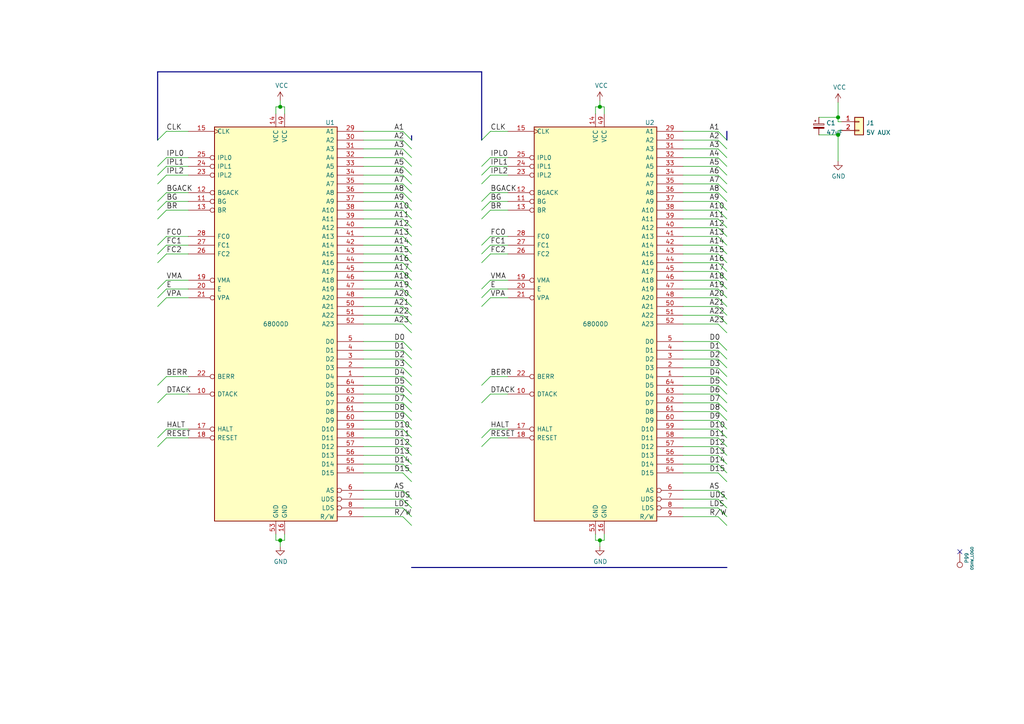
<source format=kicad_sch>
(kicad_sch (version 20210621) (generator eeschema)
  (paper "A4")
  (title_block (title "Open68000Relocator") (date "2018-11-02") (rev "V1sukko-git") (company "SukkoPera") (comment 1 "Shifts a 68000 processor socket up and 90 degrees counter-clockwise") (comment 2 "https://github.com/SukkoPera/Open68000Relocator") (comment 3 "Based on work by AwesomeInferno") (comment 4 "http://www.github.com/awesomeinferno"))
  (lib_symbols
    (symbol "68000Relocator-rescue:CONN_1-conn" (pin_numbers hide) (pin_names (offset 0.762) hide)
      (property "Reference" "P" (at 2.032 0 0))
      (symbol "CONN_1-conn_0_1"
        (circle (center 0 0) (radius 0.7874))
        (polyline (pts (xy -0.762 0) (xy -1.27 0)))
      )
      (symbol "CONN_1-conn_1_1"
        (pin passive line (at -3.81 0 0) (length 2.54) (name "1") (number "1"))
      )
    )
    (symbol "CPU_NXP_68000:68000D" (pin_names (offset 0.762))
      (property "Reference" "U" (at 0 2.54 0))
      (property "Value" "68000D" (at 0 -3.81 0))
      (symbol "68000D_0_1"
        (rectangle (start -17.78 57.15) (end 17.78 -57.15) (stroke (width 0.254)) (fill (type background)))
      )
      (symbol "68000D_1_1"
        (pin bidirectional line (at 25.4 -15.24 180) (length 7.62) (name "D4") (number "1"))
        (pin input inverted (at -25.4 -20.32 0) (length 7.62) (name "DTACK") (number "10"))
        (pin output inverted (at -25.4 35.56 0) (length 7.62) (name "BG") (number "11"))
        (pin input inverted (at -25.4 38.1 0) (length 7.62) (name "BGACK") (number "12"))
        (pin input inverted (at -25.4 33.02 0) (length 7.62) (name "BR") (number "13"))
        (pin power_in line (at 0 60.96 270) (length 3.81) (name "VCC") (number "14"))
        (pin input clock (at -25.4 55.88 0) (length 7.62) (name "CLK") (number "15"))
        (pin power_in line (at 2.54 -60.96 90) (length 3.81) (name "GND") (number "16"))
        (pin bidirectional inverted (at -25.4 -30.48 0) (length 7.62) (name "HALT") (number "17"))
        (pin bidirectional inverted (at -25.4 -33.02 0) (length 7.62) (name "RESET") (number "18"))
        (pin output inverted (at -25.4 12.7 0) (length 7.62) (name "VMA") (number "19"))
        (pin bidirectional line (at 25.4 -12.7 180) (length 7.62) (name "D3") (number "2"))
        (pin output line (at -25.4 10.16 0) (length 7.62) (name "E") (number "20"))
        (pin input inverted (at -25.4 7.62 0) (length 7.62) (name "VPA") (number "21"))
        (pin input inverted (at -25.4 -15.24 0) (length 7.62) (name "BERR") (number "22"))
        (pin input inverted (at -25.4 43.18 0) (length 7.62) (name "IPL2") (number "23"))
        (pin input inverted (at -25.4 45.72 0) (length 7.62) (name "IPL1") (number "24"))
        (pin input inverted (at -25.4 48.26 0) (length 7.62) (name "IPL0") (number "25"))
        (pin output line (at -25.4 20.32 0) (length 7.62) (name "FC2") (number "26"))
        (pin output line (at -25.4 22.86 0) (length 7.62) (name "FC1") (number "27"))
        (pin output line (at -25.4 25.4 0) (length 7.62) (name "FC0") (number "28"))
        (pin output line (at 25.4 55.88 180) (length 7.62) (name "A1") (number "29"))
        (pin bidirectional line (at 25.4 -10.16 180) (length 7.62) (name "D2") (number "3"))
        (pin output line (at 25.4 53.34 180) (length 7.62) (name "A2") (number "30"))
        (pin output line (at 25.4 50.8 180) (length 7.62) (name "A3") (number "31"))
        (pin output line (at 25.4 48.26 180) (length 7.62) (name "A4") (number "32"))
        (pin output line (at 25.4 45.72 180) (length 7.62) (name "A5") (number "33"))
        (pin output line (at 25.4 43.18 180) (length 7.62) (name "A6") (number "34"))
        (pin output line (at 25.4 40.64 180) (length 7.62) (name "A7") (number "35"))
        (pin output line (at 25.4 38.1 180) (length 7.62) (name "A8") (number "36"))
        (pin output line (at 25.4 35.56 180) (length 7.62) (name "A9") (number "37"))
        (pin output line (at 25.4 33.02 180) (length 7.62) (name "A10") (number "38"))
        (pin output line (at 25.4 30.48 180) (length 7.62) (name "A11") (number "39"))
        (pin bidirectional line (at 25.4 -7.62 180) (length 7.62) (name "D1") (number "4"))
        (pin output line (at 25.4 27.94 180) (length 7.62) (name "A12") (number "40"))
        (pin output line (at 25.4 25.4 180) (length 7.62) (name "A13") (number "41"))
        (pin output line (at 25.4 22.86 180) (length 7.62) (name "A14") (number "42"))
        (pin output line (at 25.4 20.32 180) (length 7.62) (name "A15") (number "43"))
        (pin output line (at 25.4 17.78 180) (length 7.62) (name "A16") (number "44"))
        (pin output line (at 25.4 15.24 180) (length 7.62) (name "A17") (number "45"))
        (pin output line (at 25.4 12.7 180) (length 7.62) (name "A18") (number "46"))
        (pin output line (at 25.4 10.16 180) (length 7.62) (name "A19") (number "47"))
        (pin output line (at 25.4 7.62 180) (length 7.62) (name "A20") (number "48"))
        (pin power_in line (at 2.54 60.96 270) (length 3.81) (name "VCC") (number "49"))
        (pin bidirectional line (at 25.4 -5.08 180) (length 7.62) (name "D0") (number "5"))
        (pin output line (at 25.4 5.08 180) (length 7.62) (name "A21") (number "50"))
        (pin output line (at 25.4 2.54 180) (length 7.62) (name "A22") (number "51"))
        (pin output line (at 25.4 0 180) (length 7.62) (name "A23") (number "52"))
        (pin power_in line (at 0 -60.96 90) (length 3.81) (name "GND") (number "53"))
        (pin bidirectional line (at 25.4 -43.18 180) (length 7.62) (name "D15") (number "54"))
        (pin bidirectional line (at 25.4 -40.64 180) (length 7.62) (name "D14") (number "55"))
        (pin bidirectional line (at 25.4 -38.1 180) (length 7.62) (name "D13") (number "56"))
        (pin bidirectional line (at 25.4 -35.56 180) (length 7.62) (name "D12") (number "57"))
        (pin bidirectional line (at 25.4 -33.02 180) (length 7.62) (name "D11") (number "58"))
        (pin bidirectional line (at 25.4 -30.48 180) (length 7.62) (name "D10") (number "59"))
        (pin output inverted (at 25.4 -48.26 180) (length 7.62) (name "AS") (number "6"))
        (pin bidirectional line (at 25.4 -27.94 180) (length 7.62) (name "D9") (number "60"))
        (pin bidirectional line (at 25.4 -25.4 180) (length 7.62) (name "D8") (number "61"))
        (pin bidirectional line (at 25.4 -22.86 180) (length 7.62) (name "D7") (number "62"))
        (pin bidirectional line (at 25.4 -20.32 180) (length 7.62) (name "D6") (number "63"))
        (pin bidirectional line (at 25.4 -17.78 180) (length 7.62) (name "D5") (number "64"))
        (pin output inverted (at 25.4 -50.8 180) (length 7.62) (name "UDS") (number "7"))
        (pin output inverted (at 25.4 -53.34 180) (length 7.62) (name "LDS") (number "8"))
        (pin output line (at 25.4 -55.88 180) (length 7.62) (name "R/W") (number "9"))
      )
    )
    (symbol "Connector_Generic:Conn_01x02" (pin_names (offset 1.016) hide)
      (property "Reference" "J" (at 0 2.54 0))
      (property "Value" "Conn_01x02" (at 0 -5.08 0))
      (symbol "Conn_01x02_1_1"
        (rectangle (start -1.27 -2.413) (end 0 -2.667) (stroke (width 0.1524)))
        (rectangle (start -1.27 0.127) (end 0 -0.127) (stroke (width 0.1524)))
        (rectangle (start -1.27 1.27) (end 1.27 -3.81) (stroke (width 0.254)) (fill (type background)))
        (pin passive line (at -5.08 0 0) (length 3.81) (name "Pin_1") (number "1"))
        (pin passive line (at -5.08 -2.54 0) (length 3.81) (name "Pin_2") (number "2"))
      )
    )
    (symbol "Device:CP_Small" (pin_numbers hide) (pin_names (offset 0.254) hide)
      (property "Reference" "C" (at 0.254 1.778 0))
      (property "Value" "CP_Small" (at 0.254 -2.032 0))
      (symbol "CP_Small_0_1"
        (rectangle (start -1.524 0.6858) (end 1.524 0.3048))
        (rectangle (start -1.524 -0.3048) (end 1.524 -0.6858) (fill (type outline)))
        (polyline (pts (xy -1.27 1.524) (xy -0.762 1.524)))
        (polyline (pts (xy -1.016 1.27) (xy -1.016 1.778)))
      )
      (symbol "CP_Small_1_1"
        (pin passive line (at 0 2.54 270) (length 1.8542) (name "~") (number "1"))
        (pin passive line (at 0 -2.54 90) (length 1.8542) (name "~") (number "2"))
      )
    )
    (symbol "power:GND" (power) (pin_names (offset 0))
      (property "Value" "GND" (at 0 -3.81 0))
      (symbol "GND_0_1"
        (polyline (pts (xy 0 0) (xy 0 -1.27) (xy 1.27 -1.27) (xy 0 -2.54) (xy -1.27 -1.27) (xy 0 -1.27)))
      )
      (symbol "GND_1_1"
        (pin power_in line (at 0 0 270) (length 0) hide (name "GND") (number "1"))
      )
    )
    (symbol "power:VCC" (power) (pin_names (offset 0))
      (property "Value" "VCC" (at 0 3.81 0))
      (symbol "VCC_0_1"
        (polyline (pts (xy -0.762 1.27) (xy 0 2.54)))
        (polyline (pts (xy 0 0) (xy 0 2.54)))
        (polyline (pts (xy 0 2.54) (xy 0.762 1.27)))
      )
      (symbol "VCC_1_1"
        (pin power_in line (at 0 0 90) (length 0) hide (name "VCC") (number "1"))
      )
    )
  )
  (junction (at 81.28 30.988) (diameter 1.016))
  (junction (at 81.28 156.718) (diameter 1.016))
  (junction (at 173.99 30.988) (diameter 1.016))
  (junction (at 173.99 156.718) (diameter 1.016))
  (junction (at 243.078 34.036) (diameter 1.016))
  (junction (at 243.078 39.116) (diameter 1.016))
  (no_connect (at 278.384 160.02))
  (bus_entry (at 45.72 40.64) (size 2.54 -2.54))
  (bus_entry (at 45.72 48.26) (size 2.54 -2.54))
  (bus_entry (at 45.72 50.8) (size 2.54 -2.54))
  (bus_entry (at 45.72 53.34) (size 2.54 -2.54))
  (bus_entry (at 45.72 58.42) (size 2.54 -2.54))
  (bus_entry (at 45.72 60.96) (size 2.54 -2.54))
  (bus_entry (at 45.72 63.5) (size 2.54 -2.54))
  (bus_entry (at 45.72 71.12) (size 2.54 -2.54))
  (bus_entry (at 45.72 73.66) (size 2.54 -2.54))
  (bus_entry (at 45.72 76.2) (size 2.54 -2.54))
  (bus_entry (at 45.72 83.82) (size 2.54 -2.54))
  (bus_entry (at 45.72 86.36) (size 2.54 -2.54))
  (bus_entry (at 45.72 88.9) (size 2.54 -2.54))
  (bus_entry (at 45.72 111.76) (size 2.54 -2.54))
  (bus_entry (at 45.72 116.84) (size 2.54 -2.54))
  (bus_entry (at 45.72 127) (size 2.54 -2.54))
  (bus_entry (at 45.72 129.54) (size 2.54 -2.54))
  (bus_entry (at 116.84 38.1) (size 2.54 2.54))
  (bus_entry (at 116.84 40.64) (size 2.54 2.54))
  (bus_entry (at 116.84 43.18) (size 2.54 2.54))
  (bus_entry (at 116.84 45.72) (size 2.54 2.54))
  (bus_entry (at 116.84 48.26) (size 2.54 2.54))
  (bus_entry (at 116.84 50.8) (size 2.54 2.54))
  (bus_entry (at 116.84 53.34) (size 2.54 2.54))
  (bus_entry (at 116.84 55.88) (size 2.54 2.54))
  (bus_entry (at 116.84 58.42) (size 2.54 2.54))
  (bus_entry (at 116.84 60.96) (size 2.54 2.54))
  (bus_entry (at 116.84 63.5) (size 2.54 2.54))
  (bus_entry (at 116.84 66.04) (size 2.54 2.54))
  (bus_entry (at 116.84 68.58) (size 2.54 2.54))
  (bus_entry (at 116.84 71.12) (size 2.54 2.54))
  (bus_entry (at 116.84 73.66) (size 2.54 2.54))
  (bus_entry (at 116.84 76.2) (size 2.54 2.54))
  (bus_entry (at 116.84 78.74) (size 2.54 2.54))
  (bus_entry (at 116.84 81.28) (size 2.54 2.54))
  (bus_entry (at 116.84 83.82) (size 2.54 2.54))
  (bus_entry (at 116.84 86.36) (size 2.54 2.54))
  (bus_entry (at 116.84 88.9) (size 2.54 2.54))
  (bus_entry (at 116.84 91.44) (size 2.54 2.54))
  (bus_entry (at 116.84 93.98) (size 2.54 2.54))
  (bus_entry (at 116.84 99.06) (size 2.54 2.54))
  (bus_entry (at 116.84 101.6) (size 2.54 2.54))
  (bus_entry (at 116.84 104.14) (size 2.54 2.54))
  (bus_entry (at 116.84 106.68) (size 2.54 2.54))
  (bus_entry (at 116.84 109.22) (size 2.54 2.54))
  (bus_entry (at 116.84 111.76) (size 2.54 2.54))
  (bus_entry (at 116.84 114.3) (size 2.54 2.54))
  (bus_entry (at 116.84 116.84) (size 2.54 2.54))
  (bus_entry (at 116.84 119.38) (size 2.54 2.54))
  (bus_entry (at 116.84 121.92) (size 2.54 2.54))
  (bus_entry (at 116.84 124.46) (size 2.54 2.54))
  (bus_entry (at 116.84 127) (size 2.54 2.54))
  (bus_entry (at 116.84 129.54) (size 2.54 2.54))
  (bus_entry (at 116.84 132.08) (size 2.54 2.54))
  (bus_entry (at 116.84 134.62) (size 2.54 2.54))
  (bus_entry (at 116.84 137.16) (size 2.54 2.54))
  (bus_entry (at 116.84 142.24) (size 2.54 2.54))
  (bus_entry (at 116.84 144.78) (size 2.54 2.54))
  (bus_entry (at 116.84 147.32) (size 2.54 2.54))
  (bus_entry (at 116.84 149.86) (size 2.54 2.54))
  (bus_entry (at 139.7 40.64) (size 2.54 -2.54))
  (bus_entry (at 139.7 48.26) (size 2.54 -2.54))
  (bus_entry (at 139.7 50.8) (size 2.54 -2.54))
  (bus_entry (at 139.7 53.34) (size 2.54 -2.54))
  (bus_entry (at 139.7 58.42) (size 2.54 -2.54))
  (bus_entry (at 139.7 60.96) (size 2.54 -2.54))
  (bus_entry (at 139.7 63.5) (size 2.54 -2.54))
  (bus_entry (at 139.7 71.12) (size 2.54 -2.54))
  (bus_entry (at 139.7 73.66) (size 2.54 -2.54))
  (bus_entry (at 139.7 76.2) (size 2.54 -2.54))
  (bus_entry (at 139.7 83.82) (size 2.54 -2.54))
  (bus_entry (at 139.7 86.36) (size 2.54 -2.54))
  (bus_entry (at 139.7 88.9) (size 2.54 -2.54))
  (bus_entry (at 139.7 111.76) (size 2.54 -2.54))
  (bus_entry (at 139.7 116.84) (size 2.54 -2.54))
  (bus_entry (at 139.7 127) (size 2.54 -2.54))
  (bus_entry (at 139.7 129.54) (size 2.54 -2.54))
  (bus_entry (at 208.28 38.1) (size 2.54 2.54))
  (bus_entry (at 208.28 40.64) (size 2.54 2.54))
  (bus_entry (at 208.28 43.18) (size 2.54 2.54))
  (bus_entry (at 208.28 45.72) (size 2.54 2.54))
  (bus_entry (at 208.28 48.26) (size 2.54 2.54))
  (bus_entry (at 208.28 50.8) (size 2.54 2.54))
  (bus_entry (at 208.28 53.34) (size 2.54 2.54))
  (bus_entry (at 208.28 55.88) (size 2.54 2.54))
  (bus_entry (at 208.28 58.42) (size 2.54 2.54))
  (bus_entry (at 208.28 60.96) (size 2.54 2.54))
  (bus_entry (at 208.28 63.5) (size 2.54 2.54))
  (bus_entry (at 208.28 66.04) (size 2.54 2.54))
  (bus_entry (at 208.28 68.58) (size 2.54 2.54))
  (bus_entry (at 208.28 71.12) (size 2.54 2.54))
  (bus_entry (at 208.28 73.66) (size 2.54 2.54))
  (bus_entry (at 208.28 76.2) (size 2.54 2.54))
  (bus_entry (at 208.28 78.74) (size 2.54 2.54))
  (bus_entry (at 208.28 81.28) (size 2.54 2.54))
  (bus_entry (at 208.28 83.82) (size 2.54 2.54))
  (bus_entry (at 208.28 86.36) (size 2.54 2.54))
  (bus_entry (at 208.28 88.9) (size 2.54 2.54))
  (bus_entry (at 208.28 91.44) (size 2.54 2.54))
  (bus_entry (at 208.28 93.98) (size 2.54 2.54))
  (bus_entry (at 208.28 99.06) (size 2.54 2.54))
  (bus_entry (at 208.28 101.6) (size 2.54 2.54))
  (bus_entry (at 208.28 104.14) (size 2.54 2.54))
  (bus_entry (at 208.28 106.68) (size 2.54 2.54))
  (bus_entry (at 208.28 109.22) (size 2.54 2.54))
  (bus_entry (at 208.28 111.76) (size 2.54 2.54))
  (bus_entry (at 208.28 114.3) (size 2.54 2.54))
  (bus_entry (at 208.28 116.84) (size 2.54 2.54))
  (bus_entry (at 208.28 119.38) (size 2.54 2.54))
  (bus_entry (at 208.28 121.92) (size 2.54 2.54))
  (bus_entry (at 208.28 124.46) (size 2.54 2.54))
  (bus_entry (at 208.28 127) (size 2.54 2.54))
  (bus_entry (at 208.28 129.54) (size 2.54 2.54))
  (bus_entry (at 208.28 132.08) (size 2.54 2.54))
  (bus_entry (at 208.28 134.62) (size 2.54 2.54))
  (bus_entry (at 208.28 137.16) (size 2.54 2.54))
  (bus_entry (at 208.28 142.24) (size 2.54 2.54))
  (bus_entry (at 208.28 144.78) (size 2.54 2.54))
  (bus_entry (at 208.28 147.32) (size 2.54 2.54))
  (bus_entry (at 208.28 149.86) (size 2.54 2.54))
  (wire (pts (xy 48.26 45.72) (xy 54.61 45.72)))
  (wire (pts (xy 48.26 48.26) (xy 54.61 48.26)))
  (wire (pts (xy 48.26 50.8) (xy 54.61 50.8)))
  (wire (pts (xy 48.26 55.88) (xy 54.61 55.88)))
  (wire (pts (xy 48.26 58.42) (xy 54.61 58.42)))
  (wire (pts (xy 48.26 60.96) (xy 54.61 60.96)))
  (wire (pts (xy 48.26 68.58) (xy 54.61 68.58)))
  (wire (pts (xy 48.26 71.12) (xy 54.61 71.12)))
  (wire (pts (xy 48.26 73.66) (xy 54.61 73.66)))
  (wire (pts (xy 48.26 81.28) (xy 54.61 81.28)))
  (wire (pts (xy 48.26 83.82) (xy 54.61 83.82)))
  (wire (pts (xy 48.26 86.36) (xy 54.61 86.36)))
  (wire (pts (xy 48.26 109.22) (xy 54.61 109.22)))
  (wire (pts (xy 48.26 114.3) (xy 54.61 114.3)))
  (wire (pts (xy 48.26 124.46) (xy 54.61 124.46)))
  (wire (pts (xy 48.26 127) (xy 54.61 127)))
  (wire (pts (xy 54.61 38.1) (xy 48.26 38.1)))
  (wire (pts (xy 80.01 30.988) (xy 81.28 30.988)))
  (wire (pts (xy 80.01 33.02) (xy 80.01 30.988)))
  (wire (pts (xy 80.01 154.94) (xy 80.01 156.718)))
  (wire (pts (xy 80.01 156.718) (xy 81.28 156.718)))
  (wire (pts (xy 81.28 29.21) (xy 81.28 30.988)))
  (wire (pts (xy 81.28 30.988) (xy 82.55 30.988)))
  (wire (pts (xy 81.28 156.718) (xy 82.55 156.718)))
  (wire (pts (xy 81.28 158.496) (xy 81.28 156.718)))
  (wire (pts (xy 82.55 30.988) (xy 82.55 33.02)))
  (wire (pts (xy 82.55 156.718) (xy 82.55 154.94)))
  (wire (pts (xy 105.41 38.1) (xy 116.84 38.1)))
  (wire (pts (xy 105.41 40.64) (xy 116.84 40.64)))
  (wire (pts (xy 105.41 43.18) (xy 116.84 43.18)))
  (wire (pts (xy 105.41 45.72) (xy 116.84 45.72)))
  (wire (pts (xy 105.41 48.26) (xy 116.84 48.26)))
  (wire (pts (xy 105.41 50.8) (xy 116.84 50.8)))
  (wire (pts (xy 105.41 53.34) (xy 116.84 53.34)))
  (wire (pts (xy 105.41 55.88) (xy 116.84 55.88)))
  (wire (pts (xy 105.41 58.42) (xy 116.84 58.42)))
  (wire (pts (xy 105.41 60.96) (xy 116.84 60.96)))
  (wire (pts (xy 105.41 63.5) (xy 116.84 63.5)))
  (wire (pts (xy 105.41 66.04) (xy 116.84 66.04)))
  (wire (pts (xy 105.41 68.58) (xy 116.84 68.58)))
  (wire (pts (xy 105.41 71.12) (xy 116.84 71.12)))
  (wire (pts (xy 105.41 73.66) (xy 116.84 73.66)))
  (wire (pts (xy 105.41 76.2) (xy 116.84 76.2)))
  (wire (pts (xy 105.41 78.74) (xy 116.84 78.74)))
  (wire (pts (xy 105.41 81.28) (xy 116.84 81.28)))
  (wire (pts (xy 105.41 83.82) (xy 116.84 83.82)))
  (wire (pts (xy 105.41 86.36) (xy 116.84 86.36)))
  (wire (pts (xy 105.41 88.9) (xy 116.84 88.9)))
  (wire (pts (xy 105.41 91.44) (xy 116.84 91.44)))
  (wire (pts (xy 105.41 93.98) (xy 116.84 93.98)))
  (wire (pts (xy 105.41 99.06) (xy 116.84 99.06)))
  (wire (pts (xy 105.41 101.6) (xy 116.84 101.6)))
  (wire (pts (xy 105.41 104.14) (xy 116.84 104.14)))
  (wire (pts (xy 105.41 106.68) (xy 116.84 106.68)))
  (wire (pts (xy 105.41 109.22) (xy 116.84 109.22)))
  (wire (pts (xy 105.41 111.76) (xy 116.84 111.76)))
  (wire (pts (xy 105.41 114.3) (xy 116.84 114.3)))
  (wire (pts (xy 105.41 116.84) (xy 116.84 116.84)))
  (wire (pts (xy 105.41 119.38) (xy 116.84 119.38)))
  (wire (pts (xy 105.41 121.92) (xy 116.84 121.92)))
  (wire (pts (xy 105.41 124.46) (xy 116.84 124.46)))
  (wire (pts (xy 105.41 127) (xy 116.84 127)))
  (wire (pts (xy 105.41 129.54) (xy 116.84 129.54)))
  (wire (pts (xy 105.41 132.08) (xy 116.84 132.08)))
  (wire (pts (xy 105.41 134.62) (xy 116.84 134.62)))
  (wire (pts (xy 105.41 137.16) (xy 116.84 137.16)))
  (wire (pts (xy 105.41 142.24) (xy 116.84 142.24)))
  (wire (pts (xy 105.41 144.78) (xy 116.84 144.78)))
  (wire (pts (xy 105.41 147.32) (xy 116.84 147.32)))
  (wire (pts (xy 105.41 149.86) (xy 116.84 149.86)))
  (wire (pts (xy 142.24 38.1) (xy 147.32 38.1)))
  (wire (pts (xy 142.24 45.72) (xy 147.32 45.72)))
  (wire (pts (xy 142.24 48.26) (xy 147.32 48.26)))
  (wire (pts (xy 142.24 50.8) (xy 147.32 50.8)))
  (wire (pts (xy 142.24 55.88) (xy 147.32 55.88)))
  (wire (pts (xy 142.24 58.42) (xy 147.32 58.42)))
  (wire (pts (xy 142.24 60.96) (xy 147.32 60.96)))
  (wire (pts (xy 142.24 68.58) (xy 147.32 68.58)))
  (wire (pts (xy 142.24 71.12) (xy 147.32 71.12)))
  (wire (pts (xy 142.24 73.66) (xy 147.32 73.66)))
  (wire (pts (xy 142.24 81.28) (xy 147.32 81.28)))
  (wire (pts (xy 142.24 83.82) (xy 147.32 83.82)))
  (wire (pts (xy 142.24 86.36) (xy 147.32 86.36)))
  (wire (pts (xy 142.24 109.22) (xy 147.32 109.22)))
  (wire (pts (xy 142.24 114.3) (xy 147.32 114.3)))
  (wire (pts (xy 142.24 124.46) (xy 147.32 124.46)))
  (wire (pts (xy 142.24 127) (xy 147.32 127)))
  (wire (pts (xy 172.72 30.988) (xy 173.99 30.988)))
  (wire (pts (xy 172.72 33.02) (xy 172.72 30.988)))
  (wire (pts (xy 172.72 154.94) (xy 172.72 156.718)))
  (wire (pts (xy 172.72 156.718) (xy 173.99 156.718)))
  (wire (pts (xy 173.99 29.21) (xy 173.99 30.988)))
  (wire (pts (xy 173.99 30.988) (xy 175.26 30.988)))
  (wire (pts (xy 173.99 156.718) (xy 175.26 156.718)))
  (wire (pts (xy 173.99 158.496) (xy 173.99 156.718)))
  (wire (pts (xy 175.26 30.988) (xy 175.26 33.02)))
  (wire (pts (xy 175.26 156.718) (xy 175.26 154.94)))
  (wire (pts (xy 198.12 38.1) (xy 208.28 38.1)))
  (wire (pts (xy 198.12 40.64) (xy 208.28 40.64)))
  (wire (pts (xy 198.12 43.18) (xy 208.28 43.18)))
  (wire (pts (xy 198.12 45.72) (xy 208.28 45.72)))
  (wire (pts (xy 198.12 48.26) (xy 208.28 48.26)))
  (wire (pts (xy 198.12 50.8) (xy 208.28 50.8)))
  (wire (pts (xy 198.12 53.34) (xy 208.28 53.34)))
  (wire (pts (xy 198.12 55.88) (xy 208.28 55.88)))
  (wire (pts (xy 198.12 58.42) (xy 208.28 58.42)))
  (wire (pts (xy 198.12 60.96) (xy 208.28 60.96)))
  (wire (pts (xy 198.12 63.5) (xy 208.28 63.5)))
  (wire (pts (xy 198.12 66.04) (xy 208.28 66.04)))
  (wire (pts (xy 198.12 68.58) (xy 208.28 68.58)))
  (wire (pts (xy 198.12 71.12) (xy 208.28 71.12)))
  (wire (pts (xy 198.12 73.66) (xy 208.28 73.66)))
  (wire (pts (xy 198.12 76.2) (xy 208.28 76.2)))
  (wire (pts (xy 198.12 78.74) (xy 208.28 78.74)))
  (wire (pts (xy 198.12 81.28) (xy 208.28 81.28)))
  (wire (pts (xy 198.12 83.82) (xy 208.28 83.82)))
  (wire (pts (xy 198.12 86.36) (xy 208.28 86.36)))
  (wire (pts (xy 198.12 88.9) (xy 208.28 88.9)))
  (wire (pts (xy 198.12 91.44) (xy 208.28 91.44)))
  (wire (pts (xy 198.12 93.98) (xy 208.28 93.98)))
  (wire (pts (xy 198.12 99.06) (xy 208.28 99.06)))
  (wire (pts (xy 198.12 101.6) (xy 208.28 101.6)))
  (wire (pts (xy 198.12 104.14) (xy 208.28 104.14)))
  (wire (pts (xy 198.12 106.68) (xy 208.28 106.68)))
  (wire (pts (xy 198.12 109.22) (xy 208.28 109.22)))
  (wire (pts (xy 198.12 111.76) (xy 208.28 111.76)))
  (wire (pts (xy 198.12 114.3) (xy 208.28 114.3)))
  (wire (pts (xy 198.12 116.84) (xy 208.28 116.84)))
  (wire (pts (xy 198.12 119.38) (xy 208.28 119.38)))
  (wire (pts (xy 198.12 121.92) (xy 208.28 121.92)))
  (wire (pts (xy 198.12 124.46) (xy 208.28 124.46)))
  (wire (pts (xy 198.12 127) (xy 208.28 127)))
  (wire (pts (xy 198.12 129.54) (xy 208.28 129.54)))
  (wire (pts (xy 198.12 132.08) (xy 208.28 132.08)))
  (wire (pts (xy 198.12 134.62) (xy 208.28 134.62)))
  (wire (pts (xy 198.12 137.16) (xy 208.28 137.16)))
  (wire (pts (xy 198.12 142.24) (xy 208.28 142.24)))
  (wire (pts (xy 198.12 144.78) (xy 208.28 144.78)))
  (wire (pts (xy 198.12 147.32) (xy 208.28 147.32)))
  (wire (pts (xy 198.12 149.86) (xy 208.28 149.86)))
  (wire (pts (xy 237.49 34.036) (xy 243.078 34.036)))
  (wire (pts (xy 237.49 39.116) (xy 243.078 39.116)))
  (wire (pts (xy 243.078 29.718) (xy 243.078 34.036)))
  (wire (pts (xy 243.078 34.036) (xy 243.078 35.306)))
  (wire (pts (xy 243.078 37.846) (xy 243.078 39.116)))
  (wire (pts (xy 243.078 37.846) (xy 244.094 37.846)))
  (wire (pts (xy 243.078 39.116) (xy 243.078 46.736)))
  (wire (pts (xy 244.094 35.306) (xy 243.078 35.306)))
  (bus (pts (xy 45.72 20.828) (xy 45.72 129.54)))
  (bus (pts (xy 119.38 39.37) (xy 119.38 164.592)))
  (bus (pts (xy 139.7 20.828) (xy 45.72 20.828)))
  (bus (pts (xy 139.7 20.828) (xy 139.7 129.54)))
  (bus (pts (xy 210.82 38.1) (xy 210.82 164.592)))
  (bus (pts (xy 210.82 164.592) (xy 119.38 164.592)))
  (label "CLK" (at 48.26 38.1 0) (effects (font (size 1.524 1.524))))
  (label "IPL0" (at 48.26 45.72 0) (effects (font (size 1.524 1.524))))
  (label "IPL1" (at 48.26 48.26 0) (effects (font (size 1.524 1.524))))
  (label "IPL2" (at 48.26 50.8 0) (effects (font (size 1.524 1.524))))
  (label "BGACK" (at 48.26 55.88 0) (effects (font (size 1.524 1.524))))
  (label "BG" (at 48.26 58.42 0) (effects (font (size 1.524 1.524))))
  (label "BR" (at 48.26 60.96 0) (effects (font (size 1.524 1.524))))
  (label "FC0" (at 48.26 68.58 0) (effects (font (size 1.524 1.524))))
  (label "FC1" (at 48.26 71.12 0) (effects (font (size 1.524 1.524))))
  (label "FC2" (at 48.26 73.66 0) (effects (font (size 1.524 1.524))))
  (label "VMA" (at 48.26 81.28 0) (effects (font (size 1.524 1.524))))
  (label "E" (at 48.26 83.82 0) (effects (font (size 1.524 1.524))))
  (label "VPA" (at 48.26 86.36 0) (effects (font (size 1.524 1.524))))
  (label "BERR" (at 48.26 109.22 0) (effects (font (size 1.524 1.524))))
  (label "DTACK" (at 48.26 114.3 0) (effects (font (size 1.524 1.524))))
  (label "HALT" (at 48.26 124.46 0) (effects (font (size 1.524 1.524))))
  (label "RESET" (at 48.26 127 0) (effects (font (size 1.524 1.524))))
  (label "A1" (at 114.3 38.1 0) (effects (font (size 1.524 1.524))))
  (label "A2" (at 114.3 40.64 0) (effects (font (size 1.524 1.524))))
  (label "A3" (at 114.3 43.18 0) (effects (font (size 1.524 1.524))))
  (label "A4" (at 114.3 45.72 0) (effects (font (size 1.524 1.524))))
  (label "A5" (at 114.3 48.26 0) (effects (font (size 1.524 1.524))))
  (label "A6" (at 114.3 50.8 0) (effects (font (size 1.524 1.524))))
  (label "A7" (at 114.3 53.34 0) (effects (font (size 1.524 1.524))))
  (label "A8" (at 114.3 55.88 0) (effects (font (size 1.524 1.524))))
  (label "A9" (at 114.3 58.42 0) (effects (font (size 1.524 1.524))))
  (label "A10" (at 114.3 60.96 0) (effects (font (size 1.524 1.524))))
  (label "A11" (at 114.3 63.5 0) (effects (font (size 1.524 1.524))))
  (label "A12" (at 114.3 66.04 0) (effects (font (size 1.524 1.524))))
  (label "A13" (at 114.3 68.58 0) (effects (font (size 1.524 1.524))))
  (label "A14" (at 114.3 71.12 0) (effects (font (size 1.524 1.524))))
  (label "A15" (at 114.3 73.66 0) (effects (font (size 1.524 1.524))))
  (label "A16" (at 114.3 76.2 0) (effects (font (size 1.524 1.524))))
  (label "A17" (at 114.3 78.74 0) (effects (font (size 1.524 1.524))))
  (label "A18" (at 114.3 81.28 0) (effects (font (size 1.524 1.524))))
  (label "A19" (at 114.3 83.82 0) (effects (font (size 1.524 1.524))))
  (label "A20" (at 114.3 86.36 0) (effects (font (size 1.524 1.524))))
  (label "A21" (at 114.3 88.9 0) (effects (font (size 1.524 1.524))))
  (label "A22" (at 114.3 91.44 0) (effects (font (size 1.524 1.524))))
  (label "A23" (at 114.3 93.98 0) (effects (font (size 1.524 1.524))))
  (label "D0" (at 114.3 99.06 0) (effects (font (size 1.524 1.524))))
  (label "D1" (at 114.3 101.6 0) (effects (font (size 1.524 1.524))))
  (label "D2" (at 114.3 104.14 0) (effects (font (size 1.524 1.524))))
  (label "D3" (at 114.3 106.68 0) (effects (font (size 1.524 1.524))))
  (label "D4" (at 114.3 109.22 0) (effects (font (size 1.524 1.524))))
  (label "D5" (at 114.3 111.76 0) (effects (font (size 1.524 1.524))))
  (label "D6" (at 114.3 114.3 0) (effects (font (size 1.524 1.524))))
  (label "D7" (at 114.3 116.84 0) (effects (font (size 1.524 1.524))))
  (label "D8" (at 114.3 119.38 0) (effects (font (size 1.524 1.524))))
  (label "D9" (at 114.3 121.92 0) (effects (font (size 1.524 1.524))))
  (label "D10" (at 114.3 124.46 0) (effects (font (size 1.524 1.524))))
  (label "D11" (at 114.3 127 0) (effects (font (size 1.524 1.524))))
  (label "D12" (at 114.3 129.54 0) (effects (font (size 1.524 1.524))))
  (label "D13" (at 114.3 132.08 0) (effects (font (size 1.524 1.524))))
  (label "D14" (at 114.3 134.62 0) (effects (font (size 1.524 1.524))))
  (label "D15" (at 114.3 137.16 0) (effects (font (size 1.524 1.524))))
  (label "AS" (at 114.3 142.24 0) (effects (font (size 1.524 1.524))))
  (label "UDS" (at 114.3 144.78 0) (effects (font (size 1.524 1.524))))
  (label "LDS" (at 114.3 147.32 0) (effects (font (size 1.524 1.524))))
  (label "R/W" (at 114.3 149.86 0) (effects (font (size 1.524 1.524))))
  (label "CLK" (at 142.24 38.1 0) (effects (font (size 1.524 1.524))))
  (label "IPL0" (at 142.24 45.72 0) (effects (font (size 1.524 1.524))))
  (label "IPL1" (at 142.24 48.26 0) (effects (font (size 1.524 1.524))))
  (label "IPL2" (at 142.24 50.8 0) (effects (font (size 1.524 1.524))))
  (label "BGACK" (at 142.24 55.88 0) (effects (font (size 1.524 1.524))))
  (label "BG" (at 142.24 58.42 0) (effects (font (size 1.524 1.524))))
  (label "BR" (at 142.24 60.96 0) (effects (font (size 1.524 1.524))))
  (label "FC0" (at 142.24 68.58 0) (effects (font (size 1.524 1.524))))
  (label "FC1" (at 142.24 71.12 0) (effects (font (size 1.524 1.524))))
  (label "FC2" (at 142.24 73.66 0) (effects (font (size 1.524 1.524))))
  (label "VMA" (at 142.24 81.28 0) (effects (font (size 1.524 1.524))))
  (label "E" (at 142.24 83.82 0) (effects (font (size 1.524 1.524))))
  (label "VPA" (at 142.24 86.36 0) (effects (font (size 1.524 1.524))))
  (label "BERR" (at 142.24 109.22 0) (effects (font (size 1.524 1.524))))
  (label "DTACK" (at 142.24 114.3 0) (effects (font (size 1.524 1.524))))
  (label "HALT" (at 142.24 124.46 0) (effects (font (size 1.524 1.524))))
  (label "RESET" (at 142.24 127 0) (effects (font (size 1.524 1.524))))
  (label "A1" (at 205.74 38.1 0) (effects (font (size 1.524 1.524))))
  (label "A2" (at 205.74 40.64 0) (effects (font (size 1.524 1.524))))
  (label "A3" (at 205.74 43.18 0) (effects (font (size 1.524 1.524))))
  (label "A4" (at 205.74 45.72 0) (effects (font (size 1.524 1.524))))
  (label "A5" (at 205.74 48.26 0) (effects (font (size 1.524 1.524))))
  (label "A6" (at 205.74 50.8 0) (effects (font (size 1.524 1.524))))
  (label "A7" (at 205.74 53.34 0) (effects (font (size 1.524 1.524))))
  (label "A8" (at 205.74 55.88 0) (effects (font (size 1.524 1.524))))
  (label "A9" (at 205.74 58.42 0) (effects (font (size 1.524 1.524))))
  (label "A10" (at 205.74 60.96 0) (effects (font (size 1.524 1.524))))
  (label "A11" (at 205.74 63.5 0) (effects (font (size 1.524 1.524))))
  (label "A12" (at 205.74 66.04 0) (effects (font (size 1.524 1.524))))
  (label "A13" (at 205.74 68.58 0) (effects (font (size 1.524 1.524))))
  (label "A14" (at 205.74 71.12 0) (effects (font (size 1.524 1.524))))
  (label "A15" (at 205.74 73.66 0) (effects (font (size 1.524 1.524))))
  (label "A16" (at 205.74 76.2 0) (effects (font (size 1.524 1.524))))
  (label "A17" (at 205.74 78.74 0) (effects (font (size 1.524 1.524))))
  (label "A18" (at 205.74 81.28 0) (effects (font (size 1.524 1.524))))
  (label "A19" (at 205.74 83.82 0) (effects (font (size 1.524 1.524))))
  (label "A20" (at 205.74 86.36 0) (effects (font (size 1.524 1.524))))
  (label "A21" (at 205.74 88.9 0) (effects (font (size 1.524 1.524))))
  (label "A22" (at 205.74 91.44 0) (effects (font (size 1.524 1.524))))
  (label "A23" (at 205.74 93.98 0) (effects (font (size 1.524 1.524))))
  (label "D0" (at 205.74 99.06 0) (effects (font (size 1.524 1.524))))
  (label "D1" (at 205.74 101.6 0) (effects (font (size 1.524 1.524))))
  (label "D2" (at 205.74 104.14 0) (effects (font (size 1.524 1.524))))
  (label "D3" (at 205.74 106.68 0) (effects (font (size 1.524 1.524))))
  (label "D4" (at 205.74 109.22 0) (effects (font (size 1.524 1.524))))
  (label "D5" (at 205.74 111.76 0) (effects (font (size 1.524 1.524))))
  (label "D6" (at 205.74 114.3 0) (effects (font (size 1.524 1.524))))
  (label "D7" (at 205.74 116.84 0) (effects (font (size 1.524 1.524))))
  (label "D8" (at 205.74 119.38 0) (effects (font (size 1.524 1.524))))
  (label "D9" (at 205.74 121.92 0) (effects (font (size 1.524 1.524))))
  (label "D10" (at 205.74 124.46 0) (effects (font (size 1.524 1.524))))
  (label "D11" (at 205.74 127 0) (effects (font (size 1.524 1.524))))
  (label "D12" (at 205.74 129.54 0) (effects (font (size 1.524 1.524))))
  (label "D13" (at 205.74 132.08 0) (effects (font (size 1.524 1.524))))
  (label "D14" (at 205.74 134.62 0) (effects (font (size 1.524 1.524))))
  (label "D15" (at 205.74 137.16 0) (effects (font (size 1.524 1.524))))
  (label "AS" (at 205.74 142.24 0) (effects (font (size 1.524 1.524))))
  (label "UDS" (at 205.74 144.78 0) (effects (font (size 1.524 1.524))))
  (label "LDS" (at 205.74 147.32 0) (effects (font (size 1.524 1.524))))
  (label "R/W" (at 205.74 149.86 0) (effects (font (size 1.524 1.524))))
  (symbol (lib_id "power:VCC") (at 81.28 29.21 0) (unit 1)
    (property "Reference" "#PWR0104" (effects hide))
    (property "Value" "VCC" (at 81.7118 24.8158 0))
  )
  (symbol (lib_id "power:VCC") (at 173.99 29.21 0) (unit 1)
    (property "Reference" "#PWR01" (effects hide))
    (property "Value" "VCC" (at 174.4218 24.8158 0))
  )
  (symbol (lib_id "power:VCC") (at 243.078 29.718 0) (unit 1)
    (property "Reference" "#PWR02" (effects hide))
    (property "Value" "VCC" (at 243.5098 25.3238 0))
  )
  (symbol (lib_id "power:GND") (at 81.28 158.496 0) (unit 1)
    (property "Reference" "#PWR0102" (effects hide))
    (property "Value" "GND" (at 81.407 162.8902 0))
  )
  (symbol (lib_id "power:GND") (at 173.99 158.496 0) (unit 1)
    (property "Reference" "#PWR0101" (effects hide))
    (property "Value" "GND" (at 174.117 162.8902 0))
  )
  (symbol (lib_id "power:GND") (at 243.078 46.736 0) (unit 1)
    (property "Reference" "#PWR03" (effects hide))
    (property "Value" "GND" (at 243.205 51.1302 0))
  )
  (symbol (lib_id "68000Relocator-rescue:CONN_1-conn") (at 278.384 163.83 270) (unit 1)
    (property "Reference" "P99" (at 280.416 160.274 0) (effects (font (size 1.016 1.016)) (justify left)))
    (property "Value" "OSHW_LOGO" (at 281.94 158.496 0) (effects (font (size 0.762 0.762)) (justify left)))
    (property "Footprint" "Symbol:OSHW-Logo_11.4x12mm_Copper" (effects hide))
  )
  (symbol (lib_id "Device:CP_Small") (at 237.49 36.576 0) (unit 1)
    (property "Reference" "C1" (at 239.6491 35.6675 0) (effects (justify left)))
    (property "Value" "47uF" (at 239.6491 38.4426 0) (effects (justify left)))
    (property "Footprint" "Capacitor_Tantalum_SMD:CP_EIA-7343-20_Kemet-V_Pad2.25x2.55mm_HandSolder" (effects hide))
  )
  (symbol (lib_id "Connector_Generic:Conn_01x02") (at 249.174 35.306 0) (unit 1)
    (property "Reference" "J1" (at 251.2061 35.6675 0) (effects (justify left)))
    (property "Value" "5V AUX" (at 251.2061 38.4426 0) (effects (justify left)))
    (property "Footprint" "Connector_JST:JST_EH_B2B-EH-A_1x02_P2.50mm_Vertical" (effects hide))
  )
  (symbol (lib_id "CPU_NXP_68000:68000D") (at 80.01 93.98 0) (unit 1)
    (property "Reference" "U1" (at 95.758 35.56 0))
    (property "Value" "68000D" (at 80.01 93.98 0))
    (property "Footprint" "Open68000Relocator:DIP-64_W22.86mm_Socket_LongPads_Socket" (effects hide))
    (property "Datasheet" "https://www.nxp.com/docs/en/reference-manual/MC68000UM.pdf" (effects hide))
  )
  (symbol (lib_id "CPU_NXP_68000:68000D") (at 172.72 93.98 0) (unit 1)
    (property "Reference" "U2" (at 188.468 35.56 0))
    (property "Value" "68000D" (at 172.72 93.98 0))
    (property "Footprint" "Open68000Relocator:DIP-64_W22.86mm_Socket_LongPads_IC" (effects hide))
    (property "Datasheet" "https://www.nxp.com/docs/en/reference-manual/MC68000UM.pdf" (effects hide))
  )
)
</source>
